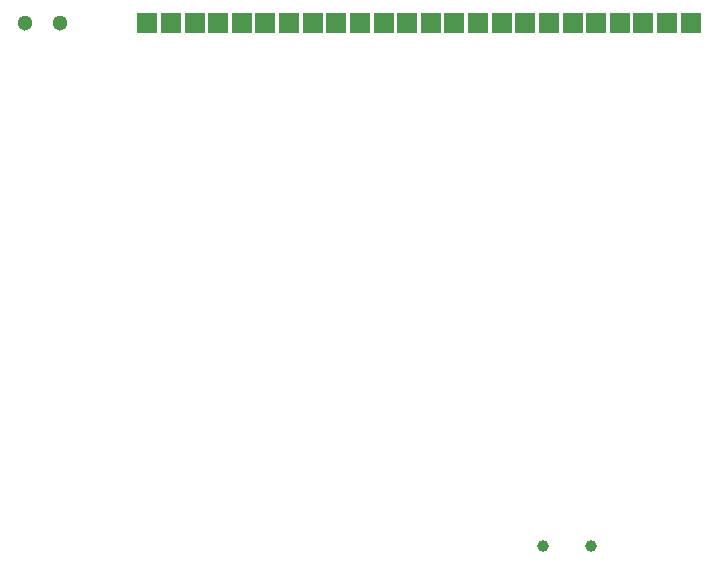
<source format=gbr>
G04 #@! TF.GenerationSoftware,KiCad,Pcbnew,(5.1.0-0)*
G04 #@! TF.CreationDate,2019-05-28T22:45:59-04:00*
G04 #@! TF.ProjectId,Business Card,42757369-6e65-4737-9320-436172642e6b,rev?*
G04 #@! TF.SameCoordinates,Original*
G04 #@! TF.FileFunction,Soldermask,Bot*
G04 #@! TF.FilePolarity,Negative*
%FSLAX46Y46*%
G04 Gerber Fmt 4.6, Leading zero omitted, Abs format (unit mm)*
G04 Created by KiCad (PCBNEW (5.1.0-0)) date 2019-05-28 22:45:59*
%MOMM*%
%LPD*%
G04 APERTURE LIST*
%ADD10C,1.000000*%
%ADD11R,1.750000X1.750000*%
%ADD12C,1.300000*%
G04 APERTURE END LIST*
D10*
X176968000Y-111222000D03*
X181032000Y-111222000D03*
D11*
X189500000Y-67000000D03*
X187500000Y-67000000D03*
X185500000Y-67000000D03*
X183500000Y-67000000D03*
X181500000Y-67000000D03*
X179500000Y-67000000D03*
X177500000Y-67000000D03*
X175500000Y-67000000D03*
X173500000Y-67000000D03*
X171500000Y-67000000D03*
X169500000Y-67000000D03*
X167500000Y-67000000D03*
X165500000Y-67000000D03*
X163500000Y-67000000D03*
X161500000Y-67000000D03*
X159500000Y-67000000D03*
X157500000Y-67000000D03*
X155500000Y-67000000D03*
X153500000Y-67000000D03*
X151500000Y-67000000D03*
X149500000Y-67000000D03*
X147500000Y-67000000D03*
X145500000Y-67000000D03*
X143500000Y-67000000D03*
D12*
X136120000Y-66980000D03*
X133120000Y-66980000D03*
M02*

</source>
